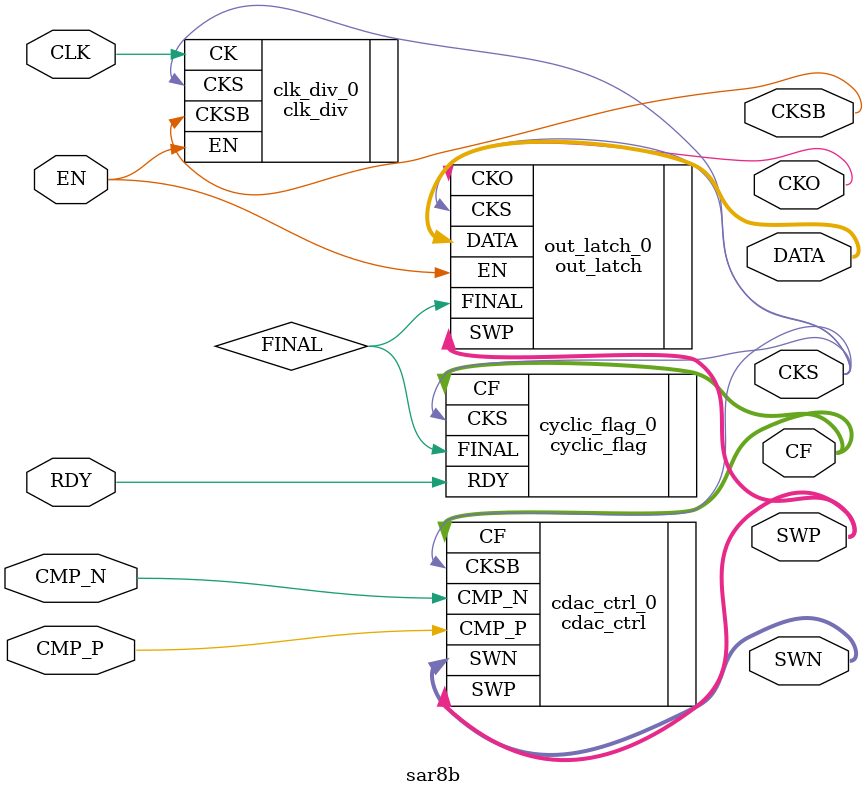
<source format=v>
`timescale 1ns / 1ps


module sar8b(
    input EN,
    input CLK,
    input RDY,
    input CMP_P,
    input CMP_N,
    output CKS,
    output CKSB,
    output [0:7] CF,
    output [0:7] SWP,
    output [0:7] SWN,
    output [0:7] DATA,
    output CKO
    );
    wire FINAL;
    clk_div clk_div_0 (.CK(CLK), .EN(EN), .CKS(CKS), .CKSB(CKSB));
    cyclic_flag cyclic_flag_0(.RDY(RDY), .CKS(CKS), .FINAL(FINAL), .CF(CF));
    cdac_ctrl cdac_ctrl_0(.CF(CF), .CKSB(CKS), .CMP_P(CMP_P), .CMP_N(CMP_N), .SWP(SWP), .SWN(SWN));
    out_latch out_latch_0(.FINAL(FINAL), .CKS(CKS), .EN(EN), .SWP(SWP), .CKO(CKO), .DATA(DATA));
endmodule

</source>
